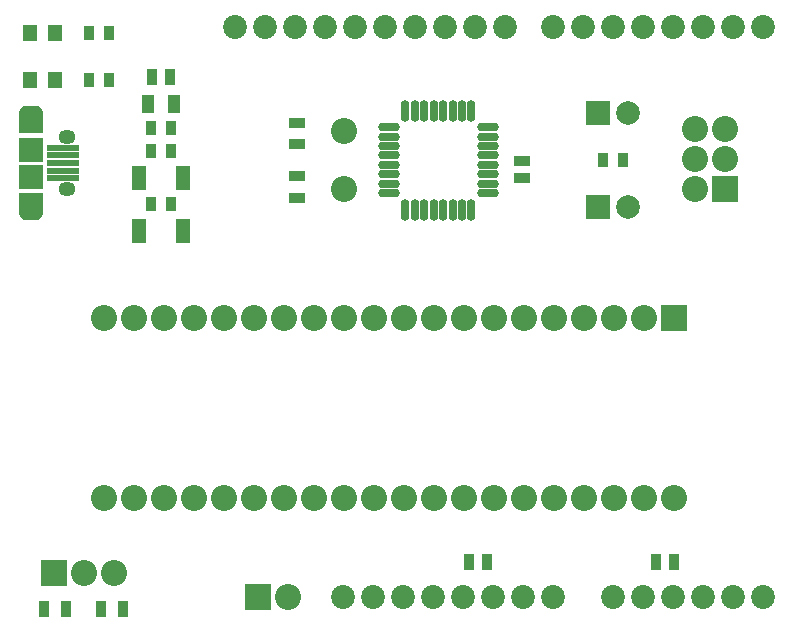
<source format=gbr>
%TF.GenerationSoftware,Altium Limited,Altium Designer,20.2.6 (244)*%
G04 Layer_Color=8388736*
%FSLAX26Y26*%
%MOIN*%
%TF.SameCoordinates,5A7C1849-F1A5-4743-A48D-7E663CB7BB3B*%
%TF.FilePolarity,Negative*%
%TF.FileFunction,Soldermask,Top*%
%TF.Part,Single*%
G01*
G75*
%TA.AperFunction,SMDPad,CuDef*%
%ADD12R,0.037402X0.055118*%
%ADD13R,0.053150X0.037402*%
%ADD14R,0.055118X0.037402*%
%ADD15R,0.037402X0.053150*%
%ADD18R,0.039370X0.059055*%
%ADD19R,0.031752X0.051505*%
%ADD20R,0.049213X0.078740*%
%TA.AperFunction,ComponentPad*%
%ADD30R,0.078740X0.078740*%
%ADD31C,0.078740*%
%ADD37R,0.086740X0.086740*%
%ADD38C,0.086740*%
%ADD39R,0.086740X0.086740*%
%ADD40C,0.079528*%
%ADD41O,0.057213X0.049339*%
%ADD42O,0.082803X0.055244*%
%TA.AperFunction,SMDPad,CuDef*%
%ADD46O,0.029654X0.072961*%
%ADD47O,0.072961X0.029654*%
%TA.AperFunction,ConnectorPad*%
%ADD48R,0.106000X0.023748*%
%ADD49R,0.082803X0.078866*%
%TA.AperFunction,SMDPad,CuDef*%
%ADD50R,0.051307X0.055244*%
%TA.AperFunction,Conductor*%
%ADD51R,0.082803X0.070008*%
D12*
X366417Y60000D02*
D03*
X293583D02*
D03*
X176417D02*
D03*
X103583D02*
D03*
D13*
X1696968Y1553150D02*
D03*
Y1494094D02*
D03*
D14*
X944882Y1607284D02*
D03*
Y1680118D02*
D03*
Y1502953D02*
D03*
Y1430118D02*
D03*
D15*
X2142441Y216535D02*
D03*
X2201496D02*
D03*
X1579528D02*
D03*
X1520472D02*
D03*
X462598Y1830709D02*
D03*
X521654D02*
D03*
D18*
X535433Y1742126D02*
D03*
X448819D02*
D03*
D19*
X525624Y1663386D02*
D03*
X458628D02*
D03*
X525624Y1584646D02*
D03*
X458628D02*
D03*
X525624Y1407480D02*
D03*
X458628D02*
D03*
X2033498Y1555118D02*
D03*
X1966502D02*
D03*
X251935Y1820866D02*
D03*
X318931D02*
D03*
X251935Y1978347D02*
D03*
X318931D02*
D03*
D20*
X565945Y1318898D02*
D03*
X418307D02*
D03*
X565945Y1496063D02*
D03*
X418307D02*
D03*
D30*
X1950000Y1397638D02*
D03*
Y1712598D02*
D03*
D31*
X2050000Y1397638D02*
D03*
Y1712598D02*
D03*
D37*
X816142Y100000D02*
D03*
X135000Y180000D02*
D03*
D38*
X916142Y100000D02*
D03*
X2101968Y1028347D02*
D03*
X2001968D02*
D03*
X1901968D02*
D03*
X1801968D02*
D03*
X1701968D02*
D03*
X1601968D02*
D03*
X1501968D02*
D03*
X1401968D02*
D03*
X1301968D02*
D03*
X1201968D02*
D03*
X1101968D02*
D03*
X1001968D02*
D03*
X901968D02*
D03*
X801968D02*
D03*
X701968D02*
D03*
X601968D02*
D03*
X501969D02*
D03*
X401969D02*
D03*
X301969D02*
D03*
X2201968Y428346D02*
D03*
X2101968D02*
D03*
X2001968D02*
D03*
X1901968D02*
D03*
X1801968D02*
D03*
X1701968D02*
D03*
X1601968D02*
D03*
X1501968D02*
D03*
X1401968D02*
D03*
X1301968D02*
D03*
X1201968D02*
D03*
X1101968D02*
D03*
X1001968D02*
D03*
X901968D02*
D03*
X801968D02*
D03*
X701968D02*
D03*
X601968D02*
D03*
X501969D02*
D03*
X401969D02*
D03*
X301969D02*
D03*
X1102362Y1651181D02*
D03*
Y1459055D02*
D03*
X335000Y180000D02*
D03*
X235000D02*
D03*
X2272835Y1457480D02*
D03*
X2372835Y1557480D02*
D03*
Y1657480D02*
D03*
X2272835Y1557480D02*
D03*
Y1657480D02*
D03*
D39*
X2201968Y1028347D02*
D03*
X2372835Y1457480D02*
D03*
D40*
X940000Y2000000D02*
D03*
X1040000D02*
D03*
X1240000D02*
D03*
X1440000D02*
D03*
X1640000D02*
D03*
X1540000D02*
D03*
X1340000D02*
D03*
X1140000D02*
D03*
X840000D02*
D03*
X740000D02*
D03*
X1800000D02*
D03*
X1900000D02*
D03*
X2100000D02*
D03*
X2500000D02*
D03*
X2000000D02*
D03*
X2200000D02*
D03*
X2300000D02*
D03*
X2400000D02*
D03*
X2000000Y100000D02*
D03*
X2100000D02*
D03*
X2300000D02*
D03*
X2500000D02*
D03*
X2400000D02*
D03*
X2200000D02*
D03*
X1300000D02*
D03*
X1800000D02*
D03*
X1400000D02*
D03*
X1200000D02*
D03*
X1100000D02*
D03*
X1500000D02*
D03*
X1600000D02*
D03*
X1700000D02*
D03*
D41*
X178740Y1632874D02*
D03*
Y1457677D02*
D03*
D42*
X60630Y1380905D02*
D03*
Y1709646D02*
D03*
D46*
X1307087Y1720473D02*
D03*
X1338583D02*
D03*
X1370079D02*
D03*
X1401575D02*
D03*
X1433071D02*
D03*
X1464567D02*
D03*
X1496063D02*
D03*
X1527559D02*
D03*
Y1389764D02*
D03*
X1496063D02*
D03*
X1464567D02*
D03*
X1433071D02*
D03*
X1401575D02*
D03*
X1370079D02*
D03*
X1338583D02*
D03*
X1307087D02*
D03*
D47*
X1582677Y1665354D02*
D03*
Y1633858D02*
D03*
Y1602362D02*
D03*
Y1570866D02*
D03*
Y1539370D02*
D03*
Y1507874D02*
D03*
Y1476378D02*
D03*
Y1444882D02*
D03*
X1251968D02*
D03*
Y1476378D02*
D03*
Y1507874D02*
D03*
Y1539370D02*
D03*
Y1570866D02*
D03*
Y1602362D02*
D03*
Y1633858D02*
D03*
Y1665354D02*
D03*
D48*
X165945Y1519685D02*
D03*
Y1545275D02*
D03*
Y1494094D02*
D03*
Y1570866D02*
D03*
Y1596457D02*
D03*
D49*
X60630Y1590551D02*
D03*
Y1500000D02*
D03*
D50*
X57087Y1820866D02*
D03*
X139764D02*
D03*
X57087Y1978347D02*
D03*
X139764D02*
D03*
D51*
X60629Y1411910D02*
D03*
X60630Y1678641D02*
D03*
%TF.MD5,d0d8c68769fd0c05c29a585ec5b61de4*%
M02*

</source>
